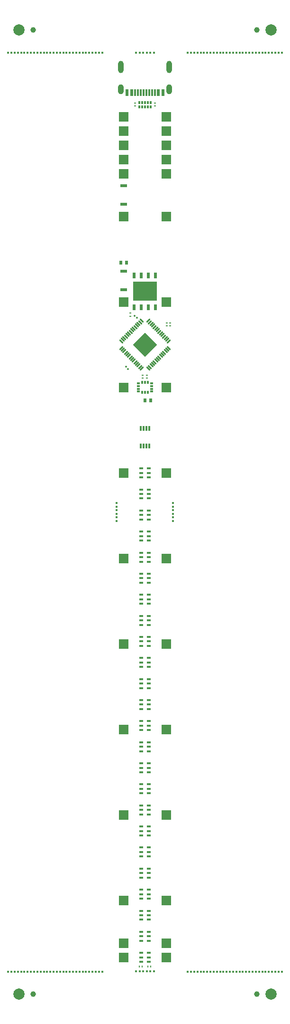
<source format=gts>
G04 #@! TF.GenerationSoftware,KiCad,Pcbnew,(6.0.6)*
G04 #@! TF.CreationDate,2023-03-02T22:16:17-07:00*
G04 #@! TF.ProjectId,RP2040-Breadstick,52503230-3430-42d4-9272-656164737469,0.1*
G04 #@! TF.SameCoordinates,Original*
G04 #@! TF.FileFunction,Soldermask,Top*
G04 #@! TF.FilePolarity,Negative*
%FSLAX46Y46*%
G04 Gerber Fmt 4.6, Leading zero omitted, Abs format (unit mm)*
G04 Created by KiCad (PCBNEW (6.0.6)) date 2023-03-02 22:16:17*
%MOMM*%
%LPD*%
G01*
G04 APERTURE LIST*
G04 Aperture macros list*
%AMRoundRect*
0 Rectangle with rounded corners*
0 $1 Rounding radius*
0 $2 $3 $4 $5 $6 $7 $8 $9 X,Y pos of 4 corners*
0 Add a 4 corners polygon primitive as box body*
4,1,4,$2,$3,$4,$5,$6,$7,$8,$9,$2,$3,0*
0 Add four circle primitives for the rounded corners*
1,1,$1+$1,$2,$3*
1,1,$1+$1,$4,$5*
1,1,$1+$1,$6,$7*
1,1,$1+$1,$8,$9*
0 Add four rect primitives between the rounded corners*
20,1,$1+$1,$2,$3,$4,$5,0*
20,1,$1+$1,$4,$5,$6,$7,0*
20,1,$1+$1,$6,$7,$8,$9,0*
20,1,$1+$1,$8,$9,$2,$3,0*%
%AMRotRect*
0 Rectangle, with rotation*
0 The origin of the aperture is its center*
0 $1 length*
0 $2 width*
0 $3 Rotation angle, in degrees counterclockwise*
0 Add horizontal line*
21,1,$1,$2,0,0,$3*%
G04 Aperture macros list end*
%ADD10R,1.700000X1.700000*%
%ADD11C,0.450000*%
%ADD12R,0.700000X0.400000*%
%ADD13R,0.600000X0.350000*%
%ADD14R,0.350000X0.600000*%
%ADD15R,0.350000X0.250000*%
%ADD16O,1.000000X2.200000*%
%ADD17O,1.000000X1.800000*%
%ADD18R,0.609600X1.143000*%
%ADD19R,0.304800X1.143000*%
%ADD20C,1.000000*%
%ADD21RotRect,0.350000X0.250000X225.000000*%
%ADD22R,0.300000X0.550000*%
%ADD23R,0.400000X0.550000*%
%ADD24C,2.000000*%
%ADD25R,0.600000X0.700000*%
%ADD26R,1.295400X0.558800*%
%ADD27RoundRect,0.026400X0.193600X-0.493600X0.193600X0.493600X-0.193600X0.493600X-0.193600X-0.493600X0*%
%ADD28R,4.300000X3.400000*%
%ADD29R,0.250000X0.350000*%
%ADD30RoundRect,0.006000X-0.359210X0.226274X0.226274X-0.359210X0.359210X-0.226274X-0.226274X0.359210X0*%
%ADD31RoundRect,0.020000X-0.339411X-0.226274X-0.226274X-0.339411X0.339411X0.226274X0.226274X0.339411X0*%
%ADD32RotRect,3.100000X3.100000X315.000000*%
%ADD33R,0.300000X0.850000*%
G04 APERTURE END LIST*
D10*
X85290000Y-45050000D03*
X92910000Y-45050000D03*
X92910000Y-177130000D03*
X92910000Y-39970000D03*
X85290000Y-85690000D03*
X85290000Y-146650000D03*
X92910000Y-100930000D03*
X85290000Y-161890000D03*
X85290000Y-100930000D03*
X85290000Y-131410000D03*
X92910000Y-70450000D03*
X85290000Y-42510000D03*
X92910000Y-55210000D03*
X85290000Y-47590000D03*
X92910000Y-146650000D03*
X92910000Y-47590000D03*
X85290000Y-39970000D03*
X85290000Y-70450000D03*
X92910000Y-131410000D03*
X92910000Y-85690000D03*
X85290000Y-184750000D03*
X85290000Y-187290000D03*
X92910000Y-184750000D03*
X92910000Y-161890000D03*
X92910000Y-116170000D03*
X85290000Y-55210000D03*
X85290000Y-37430000D03*
X92910000Y-37430000D03*
X92910000Y-187290000D03*
X85290000Y-116170000D03*
X92910000Y-42510000D03*
X85290000Y-177130000D03*
D11*
X100215151Y-26000000D03*
X80302425Y-26000000D03*
X94130000Y-108235000D03*
X108906060Y-189830000D03*
X101373939Y-189830000D03*
X90060000Y-26050000D03*
D12*
X89750000Y-154301948D03*
X89750000Y-153501948D03*
X89750000Y-152701948D03*
X88450000Y-152701948D03*
X88450000Y-153501948D03*
X88450000Y-154301948D03*
D11*
X110064848Y-189830000D03*
D13*
X87940000Y-84940000D03*
X87940000Y-85440000D03*
X87940000Y-85940000D03*
X87940000Y-86440000D03*
D14*
X88600000Y-86600000D03*
X89100000Y-86600000D03*
X89600000Y-86600000D03*
D13*
X90260000Y-86440000D03*
X90260000Y-85940000D03*
X90260000Y-85440000D03*
X90260000Y-84940000D03*
D14*
X89600000Y-84780000D03*
X89100000Y-84780000D03*
X88600000Y-84780000D03*
D11*
X97318181Y-26000000D03*
X110644242Y-189830000D03*
X98476969Y-26000000D03*
X75087879Y-189830000D03*
X84070000Y-108235000D03*
D12*
X89750000Y-158056730D03*
X89750000Y-157256730D03*
X89750000Y-156456730D03*
X88450000Y-156456730D03*
X88450000Y-157256730D03*
X88450000Y-158056730D03*
D15*
X86458400Y-72461000D03*
X86458400Y-73011000D03*
D11*
X103691515Y-26000000D03*
X113541212Y-189830000D03*
X105429696Y-26000000D03*
X74508485Y-189830000D03*
X94130000Y-106955000D03*
D12*
X89750000Y-169321076D03*
X89750000Y-168521076D03*
X89750000Y-167721076D03*
X88450000Y-167721076D03*
X88450000Y-168521076D03*
X88450000Y-169321076D03*
D11*
X80881819Y-26000000D03*
X72770304Y-26000000D03*
D16*
X93420000Y-28538199D03*
X84780000Y-28538199D03*
D17*
X93420000Y-32538200D03*
X84780000Y-32538200D03*
D18*
X92300001Y-33113199D03*
X91500000Y-33113199D03*
D19*
X90350000Y-33113199D03*
X89350000Y-33113199D03*
X88850000Y-33113199D03*
X87850000Y-33113199D03*
D18*
X85900001Y-33113199D03*
X86700000Y-33113199D03*
D19*
X87349940Y-33113199D03*
X88349941Y-33113199D03*
X89849940Y-33113199D03*
X90849941Y-33113199D03*
D11*
X71032122Y-189830000D03*
X69293940Y-189830000D03*
X104270909Y-189830000D03*
D20*
X69100000Y-22000000D03*
D12*
X89750011Y-116754124D03*
X89750011Y-115954124D03*
X89750011Y-115154124D03*
X88450011Y-115154124D03*
X88450011Y-115954124D03*
X88450011Y-116754124D03*
X89750000Y-112999346D03*
X89750000Y-112199346D03*
X89750000Y-111399346D03*
X88450000Y-111399346D03*
X88450000Y-112199346D03*
X88450000Y-112999346D03*
D11*
X112961818Y-189830000D03*
X99635757Y-189830000D03*
X101953333Y-189830000D03*
X70452728Y-26000000D03*
X81461213Y-26000000D03*
X66976364Y-189830000D03*
X97318181Y-189830000D03*
X73349697Y-189830000D03*
X104270909Y-26000000D03*
X68135152Y-189830000D03*
X71611516Y-189830000D03*
X65817576Y-189830000D03*
X88140000Y-26050000D03*
X70452728Y-189830000D03*
X76246667Y-26000000D03*
X65238182Y-26000000D03*
X84070000Y-109515000D03*
X96738787Y-26000000D03*
X98476969Y-189830000D03*
X68135152Y-26000000D03*
X84070000Y-106955000D03*
D21*
X86077400Y-82413400D03*
X85688492Y-82024492D03*
D11*
X99635757Y-26000000D03*
X90700000Y-26050000D03*
X109485454Y-26000000D03*
X108906060Y-26000000D03*
X65238182Y-189830000D03*
X106588484Y-26000000D03*
X101953333Y-26000000D03*
X103691515Y-189830000D03*
D15*
X93621200Y-74738200D03*
X93621200Y-74188200D03*
D11*
X94130000Y-106315000D03*
X79723031Y-26000000D03*
D12*
X89750000Y-176830640D03*
X89750000Y-176030640D03*
X89750000Y-175230640D03*
X88450000Y-175230640D03*
X88450000Y-176030640D03*
X88450000Y-176830640D03*
D11*
X79143637Y-26000000D03*
X101373939Y-26000000D03*
X78564243Y-26000000D03*
D22*
X90100000Y-34911400D03*
X89600000Y-34911400D03*
D23*
X89100000Y-34911400D03*
D22*
X88600000Y-34911400D03*
X88100000Y-34911400D03*
X88100000Y-35681400D03*
X88600000Y-35681400D03*
D23*
X89100000Y-35681400D03*
D22*
X89600000Y-35681400D03*
X90100000Y-35681400D03*
D11*
X112382424Y-26000000D03*
D12*
X89750000Y-143037602D03*
X89750000Y-142237602D03*
X89750000Y-141437602D03*
X88450000Y-141437602D03*
X88450000Y-142237602D03*
X88450000Y-143037602D03*
D11*
X67555758Y-189830000D03*
X109485454Y-189830000D03*
X84070000Y-106315000D03*
X66396970Y-189830000D03*
X81461213Y-189830000D03*
X102532727Y-26000000D03*
D24*
X66600000Y-22000000D03*
D11*
X77405455Y-189830000D03*
D12*
X89750000Y-109244564D03*
X89750000Y-108444564D03*
X89750000Y-107644564D03*
X88450000Y-107644564D03*
X88450000Y-108444564D03*
X88450000Y-109244564D03*
D11*
X69293940Y-26000000D03*
D12*
X89750000Y-105489782D03*
X89750000Y-104689782D03*
X89750000Y-103889782D03*
X88450000Y-103889782D03*
X88450000Y-104689782D03*
X88450000Y-105489782D03*
D11*
X88140000Y-189780000D03*
X76826061Y-189830000D03*
D12*
X89750000Y-146792384D03*
X89750000Y-145992384D03*
X89750000Y-145192384D03*
X88450000Y-145192384D03*
X88450000Y-145992384D03*
X88450000Y-146792384D03*
D11*
X76246667Y-189830000D03*
X110064848Y-26000000D03*
X68714546Y-26000000D03*
X113541212Y-26000000D03*
X66396970Y-26000000D03*
X75087879Y-26000000D03*
X94130000Y-107595000D03*
X104850303Y-189830000D03*
D24*
X111600000Y-193830000D03*
D15*
X89481000Y-84060000D03*
X89481000Y-83510000D03*
D11*
X108326666Y-189830000D03*
X66976364Y-26000000D03*
D25*
X90108000Y-87976000D03*
X89108000Y-87976000D03*
D12*
X89750000Y-131773256D03*
X89750000Y-130973256D03*
X89750000Y-130173256D03*
X88450000Y-130173256D03*
X88450000Y-130973256D03*
X88450000Y-131773256D03*
D20*
X69100000Y-193830000D03*
D11*
X65817576Y-26000000D03*
X89420000Y-189780000D03*
X72190910Y-26000000D03*
X107747272Y-26000000D03*
D26*
X85290000Y-53076400D03*
X85290000Y-49723600D03*
D11*
X80302425Y-189830000D03*
X76826061Y-26000000D03*
X102532727Y-189830000D03*
X90700000Y-189780000D03*
X73929091Y-26000000D03*
X69873334Y-26000000D03*
X99056363Y-26000000D03*
X106009090Y-189830000D03*
D12*
X89750000Y-150547166D03*
X89750000Y-149747166D03*
X89750000Y-148947166D03*
X88450000Y-148947166D03*
X88450000Y-149747166D03*
X88450000Y-150547166D03*
D11*
X69873334Y-189830000D03*
X111223636Y-189830000D03*
D12*
X89750000Y-180585422D03*
X89750000Y-179785422D03*
X89750000Y-178985422D03*
X88450000Y-178985422D03*
X88450000Y-179785422D03*
X88450000Y-180585422D03*
D11*
X67555758Y-26000000D03*
X88780000Y-26050000D03*
D27*
X87195000Y-71390000D03*
X88465000Y-71390000D03*
X89735000Y-71390000D03*
X91005000Y-71390000D03*
X91005000Y-65700000D03*
X89735000Y-65700000D03*
X88465000Y-65700000D03*
X87195000Y-65700000D03*
D28*
X89100000Y-68545000D03*
D11*
X68714546Y-189830000D03*
X88780000Y-189780000D03*
X111803030Y-189830000D03*
D29*
X88063000Y-188915600D03*
X88613000Y-188915600D03*
D20*
X109100000Y-193830000D03*
D11*
X87500000Y-26050000D03*
X106009090Y-26000000D03*
X107167878Y-26000000D03*
X97897575Y-189830000D03*
D12*
X89750000Y-188094986D03*
X89750000Y-187294986D03*
X89750000Y-186494986D03*
X88450000Y-186494986D03*
X88450000Y-187294986D03*
X88450000Y-188094986D03*
D11*
X110644242Y-26000000D03*
X77405455Y-26000000D03*
X77984849Y-26000000D03*
X73349697Y-26000000D03*
X74508485Y-26000000D03*
X111223636Y-26000000D03*
X72190910Y-189830000D03*
X72770304Y-189830000D03*
D30*
X88509566Y-73802611D03*
X88226723Y-74085453D03*
X87943880Y-74368296D03*
X87661038Y-74651139D03*
X87378195Y-74933981D03*
X87095352Y-75216824D03*
X86812510Y-75499667D03*
X86529667Y-75782510D03*
X86246824Y-76065352D03*
X85963981Y-76348195D03*
X85681139Y-76631038D03*
X85398296Y-76913880D03*
X85115453Y-77196723D03*
X84832611Y-77479566D03*
D31*
X84832611Y-78660434D03*
X85115453Y-78943277D03*
X85398296Y-79226120D03*
X85681139Y-79508962D03*
X85963981Y-79791805D03*
X86246824Y-80074648D03*
X86529667Y-80357490D03*
X86812510Y-80640333D03*
X87095352Y-80923176D03*
X87378195Y-81206019D03*
X87661038Y-81488861D03*
X87943880Y-81771704D03*
X88226723Y-82054547D03*
X88509566Y-82337389D03*
D30*
X89690434Y-82337389D03*
X89973277Y-82054547D03*
X90256120Y-81771704D03*
X90538962Y-81488861D03*
X90821805Y-81206019D03*
X91104648Y-80923176D03*
X91387490Y-80640333D03*
X91670333Y-80357490D03*
X91953176Y-80074648D03*
X92236019Y-79791805D03*
X92518861Y-79508962D03*
X92801704Y-79226120D03*
X93084547Y-78943277D03*
X93367389Y-78660434D03*
D31*
X93367389Y-77479566D03*
X93084547Y-77196723D03*
X92801704Y-76913880D03*
X92518861Y-76631038D03*
X92236019Y-76348195D03*
X91953176Y-76065352D03*
X91670333Y-75782510D03*
X91387490Y-75499667D03*
X91104648Y-75216824D03*
X90821805Y-74933981D03*
X90538962Y-74651139D03*
X90256120Y-74368296D03*
X89973277Y-74085453D03*
X89690434Y-73802611D03*
D32*
X89100000Y-78070000D03*
D11*
X84070000Y-108875000D03*
X108326666Y-26000000D03*
D15*
X90878000Y-34996000D03*
X90878000Y-35546000D03*
D11*
X107747272Y-189830000D03*
X89420000Y-26050000D03*
X94130000Y-108875000D03*
D12*
X89750000Y-135528038D03*
X89750000Y-134728038D03*
X89750000Y-133928038D03*
X88450000Y-133928038D03*
X88450000Y-134728038D03*
X88450000Y-135528038D03*
D33*
X88350000Y-96155000D03*
X88850000Y-96155000D03*
X89350000Y-96155000D03*
X89850000Y-96155000D03*
X89850000Y-93005000D03*
X89350000Y-93005000D03*
X88850000Y-93005000D03*
X88350000Y-93005000D03*
D11*
X97897575Y-26000000D03*
X79143637Y-189830000D03*
X112382424Y-189830000D03*
D12*
X89750000Y-101735000D03*
X89750000Y-100935000D03*
X89750000Y-100135000D03*
X88450000Y-100135000D03*
X88450000Y-100935000D03*
X88450000Y-101735000D03*
X89750000Y-161811512D03*
X89750000Y-161011512D03*
X89750000Y-160211512D03*
X88450000Y-160211512D03*
X88450000Y-161011512D03*
X88450000Y-161811512D03*
D26*
X85290000Y-64963600D03*
X85290000Y-68316400D03*
D21*
X87643454Y-73311454D03*
X87254546Y-72922546D03*
D11*
X78564243Y-189830000D03*
X64658788Y-26000000D03*
D20*
X109100000Y-22000000D03*
D25*
X85790000Y-63465000D03*
X84790000Y-63465000D03*
D15*
X87322000Y-34996000D03*
X87322000Y-35546000D03*
D11*
X100794545Y-189830000D03*
X75667273Y-189830000D03*
X103112121Y-26000000D03*
X96738787Y-189830000D03*
X77984849Y-189830000D03*
X106588484Y-189830000D03*
D15*
X88719000Y-84060000D03*
X88719000Y-83510000D03*
D24*
X111600000Y-22000000D03*
D11*
X103112121Y-189830000D03*
D15*
X93011600Y-74738200D03*
X93011600Y-74188200D03*
D11*
X90060000Y-189780000D03*
X107167878Y-189830000D03*
X104850303Y-26000000D03*
D24*
X66600000Y-193830000D03*
D11*
X112961818Y-26000000D03*
X87500000Y-189780000D03*
X71611516Y-26000000D03*
X105429696Y-189830000D03*
X75667273Y-26000000D03*
D12*
X89750000Y-165566294D03*
X89750000Y-164766294D03*
X89750000Y-163966294D03*
X88450000Y-163966294D03*
X88450000Y-164766294D03*
X88450000Y-165566294D03*
D11*
X79723031Y-189830000D03*
X111803030Y-26000000D03*
X99056363Y-189830000D03*
D12*
X89750000Y-124263692D03*
X89750000Y-123463692D03*
X89750000Y-122663692D03*
X88450000Y-122663692D03*
X88450000Y-123463692D03*
X88450000Y-124263692D03*
D11*
X100215151Y-189830000D03*
D12*
X89750000Y-139282820D03*
X89750000Y-138482820D03*
X89750000Y-137682820D03*
X88450000Y-137682820D03*
X88450000Y-138482820D03*
X88450000Y-139282820D03*
D11*
X84070000Y-107595000D03*
X94130000Y-109515000D03*
X71032122Y-26000000D03*
D12*
X89750011Y-120508904D03*
X89750011Y-119708904D03*
X89750011Y-118908904D03*
X88450011Y-118908904D03*
X88450011Y-119708904D03*
X88450011Y-120508904D03*
D11*
X73929091Y-189830000D03*
D12*
X89750000Y-184340204D03*
X89750000Y-183540204D03*
X89750000Y-182740204D03*
X88450000Y-182740204D03*
X88450000Y-183540204D03*
X88450000Y-184340204D03*
D11*
X80881819Y-189830000D03*
D12*
X89750000Y-173075858D03*
X89750000Y-172275858D03*
X89750000Y-171475858D03*
X88450000Y-171475858D03*
X88450000Y-172275858D03*
X88450000Y-173075858D03*
D11*
X100794545Y-26000000D03*
D29*
X90137000Y-188915600D03*
X89587000Y-188915600D03*
D11*
X64658788Y-189830000D03*
D12*
X89750000Y-128018474D03*
X89750000Y-127218474D03*
X89750000Y-126418474D03*
X88450000Y-126418474D03*
X88450000Y-127218474D03*
X88450000Y-128018474D03*
M02*

</source>
